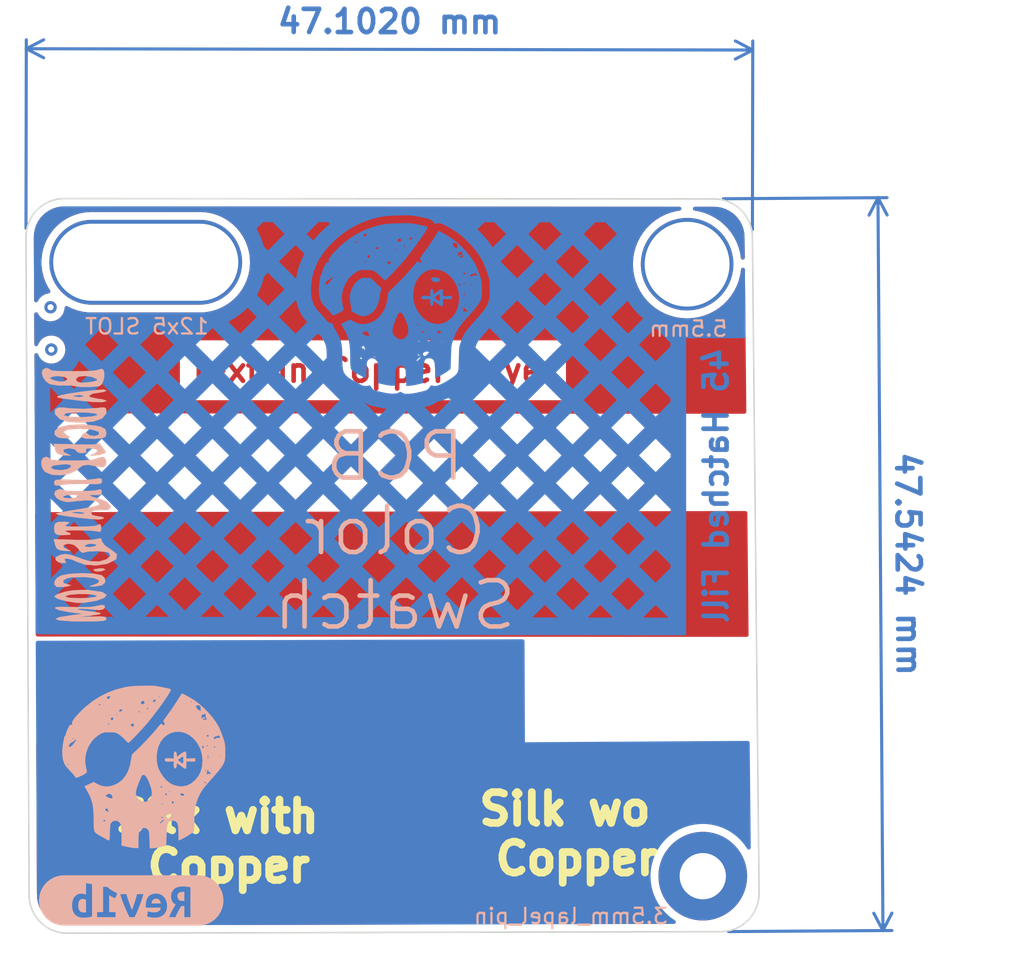
<source format=kicad_pcb>
(kicad_pcb (version 20211014) (generator pcbnew)
  (layers (0 "F.Cu" signal) (31 "B.Cu" signal) (34 "B.Paste" user) (35 "F.Paste" user) (36 "B.SilkS" user "B.Silkscreen") (37 "F.SilkS" user "F.Silkscreen") (38 "B.Mask" user) (39 "F.Mask" user) (44 "Edge.Cuts" user))
  (net 0 "")
  (footprint "BadgePiratesLogo:BadgePiratesURL_B.SLK" (layer "F.Cu") (at 146.8628 111.1504 90)
    (fp_text reference "G***" hide)
    (fp_text value "LOGO" hide)
  )
  (footprint "BadgePirates:Hole_3mm_lapel_pin" (layer "F.Cu") (at 186.5884 135.89)
    (fp_text reference "REF**" hide)
    (fp_text value "3.5mm_lapel_pin" (at -8.5598 2.5908) (layer "B.SilkS") (effects (justify mirror)))
    (pad "" thru_hole circle (at 0 0) (size 5.75 5.75) (drill 3) (layers *.Cu *.Mask))
  )
  (footprint "BadgePirates:Slot_12x5mm" (layer "F.Cu") (at 150.4696 96.0374)
    (fp_text reference "REF**" hide)
    (fp_text value "12x5 SLOT" (at 0.0762 4.191 180) (layer "B.SilkS") (effects (justify mirror)))
    (pad "" thru_hole oval (at 0 0.0254) (size 12.5 5.5) (drill oval 12 5) (layers *.Cu *.Mask))
  )
  (footprint "BadgePirates:Hole_5.5mm" (layer "F.Cu") (at 185.5724 96.1898)
    (fp_text reference "REF**" hide)
    (fp_text value "5.5mm" (at 0.0762 4.191) (layer "B.SilkS") (effects (justify mirror)))
    (pad "" thru_hole circle (at 0 0) (size 6 6) (drill 5.5) (layers *.Cu *.Mask))
  )
  (footprint "BadgePiratesLogo:BPSkull_Distressed_B.SILK" (layer "F.Cu") (at 150.368 128.8034)
    (fp_text reference "G***" hide)
    (fp_text value "BP Logo" hide)
  )
  (footprint "kibuzzard-63169E39" (layer "B.Cu") (at 149.5298 137.4648 180)
    (fp_text reference "kibuzzard-63169E39" hide)
    (fp_text value "G***" hide)
  )
  (footprint "BadgePiratesLogo:BPSkull_Distressed_F.CU" (layer "B.Cu") (at 167.005 98.806 180)
    (fp_text reference "G***" hide)
    (fp_text value "BP LOGO" hide)
    (fp_poly (pts (xy -2.543448 0.957753) (xy -2.400288 0.861304) (xy -2.374228 0.842045) (xy -2.129692 0.659962) (xy -2.110154 0.828212) (xy -2.090326 0.936955) (xy -2.057084 0.986573) (xy -2.012461 0.996461) (xy -1.967798 0.9866) (xy -1.941994 0.945141) (xy -1.928083 0.854276) (xy -1.922426 0.766316) (xy -1.910544 0.53617) (xy -1.661964 0.559383) (xy -1.514964 0.568522) (xy -1.425058 0.560314) (xy -1.372623 0.532335) (xy -1.363497 0.522484) (xy -1.334698 0.448019) (xy -1.354927 0.397263) (xy -1.393497 0.361609) (xy -1.46344 0.344528) (xy -1.583707 0.342782) (xy -1.655507 0.345934) (xy -1.914769 0.359714) (xy -1.914769 0.165103) (xy -1.927826 0.022508) (xy -1.9631 -0.067865) (xy -2.01475 -0.096846) (xy -2.064191 -0.069409) (xy -2.096292 -0.000428) (xy -2.110141 0.10245) (xy -2.110154 0.105508) (xy -2.115315 0.192812) (xy -2.12791 0.233984) (xy -2.129582 0.234461) (xy -2.168117 0.212931) (xy -2.252353 0.155977) (xy -2.36546 0.075058) (xy -2.387881 0.058615) (xy -2.520735 -0.037303) (xy -2.606274 -0.092025) (xy -2.658922 -0.112274) (xy -2.693106 -0.104771) (xy -2.709333 -0.09118) (xy -2.72386 -0.040395) (xy -2.733317 0.062235) (xy -2.735384 0.14684) (xy -2.735384 0.358809) (xy -2.979615 0.350756) (xy -3.145101 0.346063) (xy -3.246975 0.348445) (xy -3.299743 0.3626) (xy -3.317909 0.393224) (xy -3.315981 0.445015) (xy -3.315376 0.450316) (xy -2.54 0.450316) (xy -2.537218 0.309847) (xy -2.520956 0.236509) (xy -2.479337 0.226051) (xy -2.400484 0.27422) (xy -2.291375 0.361309) (xy -2.179519 0.452943) (xy -2.310913 0.551625) (xy -2.429129 0.638658) (xy -2.497549 0.673971) (xy -2.529778 0.65155) (xy -2.539415 0.565378) (xy -2.54 0.450316) (xy -3.315376 0.450316) (xy -3.314365 0.459154) (xy -3.302 0.566615) (xy -2.735384 0.538753) (xy -2.735384 0.759064) (xy -2.727612 0.90029) (xy -2.698663 0.979187) (xy -2.640091 0.997694) (xy -2.543448 0.957753)) (layer "B.Cu") (width 0.01) (fill solid))
    (fp_poly (pts (xy -0.126879 5.270691) (xy 0.139166 5.264222) (xy 0.17547 5.263225) (xy 0.485142 5.253004) (xy 0.736753 5.239453) (xy 0.950393 5.219605) (xy 1.146155 5.190494) (xy 1.34413 5.149155) (xy 1.564408 5.09262) (xy 1.816862 5.020904) (xy 2.335584 4.833391) (xy 2.850085 4.577373) (xy 3.345366 4.261752) (xy 3.806427 3.895432) (xy 3.973676 3.740796) (xy 4.235306 3.478945) (xy 4.437297 3.256611) (xy 4.578596 3.075149) (xy 4.658151 2.935917) (xy 4.674912 2.840272) (xy 4.67416 2.836965) (xy 4.667478 2.748029) (xy 4.698641 2.714) (xy 4.750419 2.737519) (xy 4.784822 2.740856) (xy 4.830303 2.693461) (xy 4.893647 2.586725) (xy 4.939629 2.497469) (xy 5.006487 2.352596) (xy 5.056057 2.223781) (xy 5.079304 2.135038) (xy 5.08 2.124442) (xy 5.092946 2.053538) (xy 5.115945 2.032) (xy 5.145983 1.995605) (xy 5.180155 1.896491) (xy 5.215444 1.749766) (xy 5.24883 1.570537) (xy 5.277295 1.373911) (xy 5.297818 1.174995) (xy 5.303358 1.094154) (xy 5.301868 0.761082) (xy 5.259527 0.466368) (xy 5.178685 0.222148) (xy 5.111637 0.103398) (xy 5.04852 0.022703) (xy 4.947143 -0.095545) (xy 4.823672 -0.23281) (xy 4.740639 -0.321956) (xy 4.623216 -0.449684) (xy 4.529178 -0.55865) (xy 4.469792 -0.635376) (xy 4.454769 -0.66388) (xy 4.428771 -0.698032) (xy 4.348596 -0.689921) (xy 4.210971 -0.638658) (xy 4.015154 -0.544651) (xy 3.861626 -0.463699) (xy 3.768208 -0.398702) (xy 3.72542 -0.330039) (xy 3.723785 -0.238091) (xy 3.753824 -0.103236) (xy 3.770923 -0.039077) (xy 3.801334 0.156308) (xy 4.884616 0.156308) (xy 4.914352 0.118366) (xy 4.923692 0.117231) (xy 4.961634 0.146967) (xy 4.962769 0.156308) (xy 4.933033 0.194249) (xy 4.923692 0.195384) (xy 4.885751 0.165648) (xy 4.884616 0.156308) (xy 3.801334 0.156308) (xy 3.82462 0.305907) (xy 3.809382 0.663643) (xy 3.729393 1.019276) (xy 3.706426 1.074615) (xy 5.119077 1.074615) (xy 5.138616 1.055077) (xy 5.158154 1.074615) (xy 5.138616 1.094154) (xy 5.119077 1.074615) (xy 3.706426 1.074615) (xy 3.588832 1.357948) (xy 3.391881 1.664803) (xy 3.279137 1.792211) (xy 4.401877 1.792211) (xy 4.406477 1.753188) (xy 4.454344 1.666801) (xy 4.544674 1.538398) (xy 4.552632 1.527888) (xy 4.669527 1.390934) (xy 4.767085 1.309334) (xy 4.838938 1.286093) (xy 4.869713 1.31559) (xy 4.975795 1.31559) (xy 4.981159 1.292358) (xy 5.001846 1.289538) (xy 5.034011 1.303836) (xy 5.027898 1.31559) (xy 4.981522 1.320266) (xy 4.975795 1.31559) (xy 4.869713 1.31559) (xy 4.878715 1.324217) (xy 4.884616 1.371198) (xy 4.855381 1.451194) (xy 4.786513 1.534939) (xy 4.706265 1.59194) (xy 4.671831 1.600854) (xy 4.621991 1.626589) (xy 4.545112 1.688681) (xy 4.5257 1.706766) (xy 4.441349 1.77852) (xy 4.401877 1.792211) (xy 3.279137 1.792211) (xy 3.244528 1.831321) (xy 3.202093 1.86864) (xy 4.536518 1.86864) (xy 4.564515 1.841511) (xy 4.572 1.836615) (xy 4.630801 1.802494) (xy 4.648926 1.812642) (xy 4.650154 1.836615) (xy 4.617934 1.869459) (xy 4.581769 1.875094) (xy 4.536518 1.86864) (xy 3.202093 1.86864) (xy 3.106496 1.952711) (xy 2.946706 2.07022) (xy 2.850325 2.129692) (xy 2.745235 2.18419) (xy 2.653959 2.2186) (xy 2.553025 2.237485) (xy 2.418957 2.245403) (xy 2.246923 2.246923) (xy 2.061261 2.24496) (xy 1.931548 2.236336) (xy 1.835621 2.216945) (xy 1.751317 2.182683) (xy 1.676406 2.141253) (xy 1.560239 2.059088) (xy 1.421923 1.941225) (xy 1.289585 1.811799) (xy 1.27793 1.79933) (xy 1.172742 1.69021) (xy 1.085351 1.607777) (xy 1.030589 1.565754) (xy 1.022617 1.563077) (xy 0.981464 1.590632) (xy 0.897052 1.667093) (xy 0.77827 1.783157) (xy 0.634007 1.92952) (xy 0.473151 2.096876) (xy 0.304594 2.275923) (xy 0.137222 2.457354) (xy -0.020073 2.631867) (xy -0.127909 2.755264) (xy 0.656073 2.755264) (xy 0.668082 2.684521) (xy 0.673441 2.67233) (xy 0.707823 2.613095) (xy 0.749737 2.611254) (xy 0.807472 2.645476) (xy 0.870211 2.693891) (xy 0.871898 2.734271) (xy 0.837342 2.777569) (xy 0.773973 2.82461) (xy 0.708213 2.807423) (xy 0.70331 2.804423) (xy 0.656073 2.755264) (xy -0.127909 2.755264) (xy -0.158403 2.790157) (xy -0.191574 2.829478) (xy 2.230299 2.829478) (xy 2.244258 2.79715) (xy 2.288791 2.757714) (xy 2.352601 2.721523) (xy 2.380778 2.719445) (xy 2.366819 2.751772) (xy 2.322286 2.791209) (xy 2.258477 2.8274) (xy 2.230299 2.829478) (xy -0.191574 2.829478) (xy -0.223877 2.867769) (xy -0.275074 2.930769) (xy 4.181231 2.930769) (xy 4.195529 2.898604) (xy 4.207282 2.904718) (xy 4.211959 2.951093) (xy 4.207282 2.95682) (xy 4.184051 2.951456) (xy 4.181231 2.930769) (xy -0.275074 2.930769) (xy -0.38622 3.067538) (xy -0.117231 3.067538) (xy -0.097692 3.048) (xy -0.078154 3.067538) (xy -0.097692 3.087077) (xy -0.117231 3.067538) (xy -0.38622 3.067538) (xy -0.422905 3.11268) (xy -0.479306 3.184563) (xy 2.006757 3.184563) (xy 2.008967 3.098455) (xy 2.011213 3.09101) (xy 2.050654 3.019808) (xy 2.103889 3.024229) (xy 2.15274 3.071767) (xy 2.182494 3.127237) (xy 2.149811 3.174205) (xy 2.130318 3.189144) (xy 2.05209 3.218816) (xy 2.006757 3.184563) (xy -0.479306 3.184563) (xy -0.510128 3.223846) (xy 4.376616 3.223846) (xy 4.396154 3.204308) (xy 4.415692 3.223846) (xy 4.396154 3.243384) (xy 4.376616 3.223846) (xy -0.510128 3.223846) (xy -0.626493 3.372152) (xy -0.665135 3.422915) (xy 1.730977 3.422915) (xy 1.758462 3.399692) (xy 1.820814 3.364546) (xy 1.829121 3.377783) (xy 1.824238 3.386667) (xy 2.63118 3.386667) (xy 2.636544 3.363435) (xy 2.657231 3.360615) (xy 2.689396 3.374913) (xy 2.683282 3.386667) (xy 2.636907 3.391343) (xy 2.63118 3.386667) (xy 1.824238 3.386667) (xy 1.817077 3.399692) (xy 1.760008 3.436845) (xy 1.746386 3.438171) (xy 1.730977 3.422915) (xy -0.665135 3.422915) (xy -0.797497 3.596795) (xy 0.279109 3.596795) (xy 0.291864 3.557962) (xy 0.340632 3.534073) (xy 0.357797 3.540235) (xy 0.374244 3.581664) (xy 0.355749 3.606651) (xy 0.303213 3.629034) (xy 0.279109 3.596795) (xy -0.797497 3.596795) (xy -0.828802 3.637918) (xy -0.855708 3.67428) (xy 1.415929 3.67428) (xy 1.458187 3.624822) (xy 1.465848 3.619109) (xy 1.542356 3.586072) (xy 1.607347 3.591179) (xy 1.633816 3.630036) (xy 1.630787 3.645946) (xy 1.579491 3.713579) (xy 1.50353 3.742584) (xy 1.439253 3.721345) (xy 1.415929 3.67428) (xy -0.855708 3.67428) (xy -0.96787 3.825858) (xy -0.271643 3.825858) (xy -0.259103 3.770131) (xy -0.219602 3.729017) (xy -0.193763 3.732848) (xy -0.175968 3.776627) (xy -0.199055 3.814423) (xy -0.250742 3.853062) (xy -0.271643 3.825858) (xy -0.96787 3.825858) (xy -1.023997 3.901709) (xy -1.070429 3.966308) (xy -0.312615 3.966308) (xy -0.293077 3.946769) (xy -0.273538 3.966308) (xy -0.293077 3.985846) (xy -0.312615 3.966308) (xy -1.070429 3.966308) (xy -1.114127 4.027104) (xy 2.830751 4.027104) (xy 2.840652 4.010835) (xy 2.897377 3.987063) (xy 2.929635 4.028889) (xy 2.930769 4.044461) (xy 2.910892 4.096482) (xy 2.893999 4.103077) (xy 2.842971 4.077221) (xy 2.830751 4.027104) (xy -1.114127 4.027104) (xy -1.20624 4.155255) (xy -1.220048 4.17511) (xy -0.02602 4.17511) (xy -0.014131 4.122615) (xy 0.040845 4.072505) (xy 0.129822 4.07222) (xy 0.18965 4.098706) (xy 0.222268 4.141773) (xy 0.199465 4.212667) (xy 0.198044 4.215338) (xy 0.131372 4.283908) (xy 0.055999 4.293153) (xy -0.004367 4.253434) (xy -0.02602 4.17511) (xy -1.220048 4.17511) (xy -1.298193 4.287476) (xy -0.752151 4.287476) (xy -0.716072 4.239741) (xy -0.710686 4.23573) (xy -0.640659 4.207711) (xy -0.583429 4.217185) (xy -0.56625 4.256731) (xy -0.572924 4.273248) (xy -0.63214 4.364002) (xy -0.676179 4.389178) (xy -0.718929 4.355747) (xy -0.723962 4.349047) (xy -0.752151 4.287476) (xy -1.298193 4.287476) (xy -1.369694 4.390287) (xy -1.474872 4.54806) (xy -1.002567 4.54806) (xy -0.996461 4.532923) (xy -0.961347 4.495644) (xy -0.955078 4.493846) (xy -0.938294 4.52408) (xy -0.937846 4.532923) (xy -0.951897 4.550498) (xy 2.203283 4.550498) (xy 2.228456 4.481441) (xy 2.249353 4.457731) (xy 2.332286 4.398293) (xy 2.388932 4.41134) (xy 2.41505 4.482044) (xy 2.397878 4.554149) (xy 2.337571 4.585165) (xy 2.242879 4.589731) (xy 2.203283 4.550498) (xy -0.951897 4.550498) (xy -0.967887 4.570498) (xy -0.979229 4.572) (xy -1.002567 4.54806) (xy -1.474872 4.54806) (xy -1.508523 4.598537) (xy -1.61689 4.771737) (xy -1.688957 4.901616) (xy -1.718889 4.979906) (xy -1.719385 4.986401) (xy -1.715712 5.016887) (xy -1.697185 5.041628) (xy -1.652539 5.064345) (xy -1.570509 5.088762) (xy -1.439831 5.118599) (xy -1.24924 5.157579) (xy -1.129182 5.181419) (xy -0.943426 5.217152) (xy -0.788996 5.243049) (xy -0.648009 5.260229) (xy -0.502583 5.269816) (xy -0.334834 5.272929) (xy -0.126879 5.270691)) (layer "B.Cu") (width 0.01) (fill solid))
    (fp_poly (pts (xy -2.438927 4.757491) (xy -2.413077 4.719712) (xy -2.354399 4.628404) (xy -2.27113 4.496534) (xy -2.171505 4.337071) (xy -2.152436 4.306381) (xy -2.019891 4.10012) (xy -1.859846 3.862009) (xy -1.69273 3.621926) (xy -1.542991 3.415142) (xy -1.409592 3.233456) (xy -1.319352 3.103678) (xy -1.26697 3.016398) (xy -1.247149 2.962206) (xy -1.25459 2.931691) (xy -1.265849 2.922934) (xy -1.309484 2.869338) (xy -1.327277 2.792465) (xy -1.317256 2.724343) (xy -1.279769 2.696906) (xy -1.183637 2.730793) (xy -1.129167 2.804231) (xy -1.100024 2.8002) (xy -1.037352 2.744526) (xy -0.953677 2.648706) (xy -0.937692 2.628517) (xy -0.759332 2.410553) (xy -0.538512 2.156931) (xy -0.290841 1.884297) (xy -0.031927 1.609301) (xy 0.22262 1.348591) (xy 0.457193 1.118813) (xy 0.612356 0.975248) (xy 0.719139 0.875626) (xy 0.78138 0.797007) (xy 0.81442 0.710173) (xy 0.833599 0.585907) (xy 0.838044 0.545402) (xy 0.913027 0.113416) (xy 1.038822 -0.265293) (xy 1.213555 -0.588282) (xy 1.435354 -0.853106) (xy 1.702347 -1.057321) (xy 2.012659 -1.198482) (xy 2.214428 -1.25103) (xy 2.499268 -1.273252) (xy 2.776684 -1.22342) (xy 3.0583 -1.099386) (xy 3.069825 -1.092846) (xy 3.273304 -0.976427) (xy 3.571526 -1.118051) (xy 3.869747 -1.259676) (xy 3.74945 -1.460223) (xy 3.59366 -1.736776) (xy 3.474358 -1.993046) (xy 3.387278 -2.246462) (xy 3.328152 -2.514454) (xy 3.292713 -2.814453) (xy 3.276694 -3.163887) (xy 3.274623 -3.399692) (xy 3.271935 -3.694427) (xy 3.262925 -3.916741) (xy 3.247229 -4.072139) (xy 3.224481 -4.166126) (xy 3.22379 -4.167805) (xy 3.185405 -4.231654) (xy 3.117107 -4.298199) (xy 3.007129 -4.376392) (xy 2.843706 -4.475183) (xy 2.748676 -4.529261) (xy 2.583015 -4.620443) (xy 2.440098 -4.695491) (xy 2.334625 -4.746936) (xy 2.281294 -4.767308) (xy 2.280065 -4.767379) (xy 2.258715 -4.734905) (xy 2.242001 -4.635032) (xy 2.229513 -4.464096) (xy 2.22145 -4.242648) (xy 2.214453 -4.024114) (xy 2.205171 -3.868608) (xy 2.191326 -3.761003) (xy 2.170639 -3.686174) (xy 2.140834 -3.628993) (xy 2.125829 -3.607648) (xy 2.013296 -3.513712) (xy 1.979243 -3.50555) (xy 2.508105 -3.50555) (xy 2.527789 -3.530763) (xy 2.585951 -3.545633) (xy 2.639452 -3.504457) (xy 2.648276 -3.485173) (xy 2.629014 -3.448302) (xy 2.582333 -3.438769) (xy 2.512038 -3.457674) (xy 2.508105 -3.50555) (xy 1.979243 -3.50555) (xy 1.875709 -3.480735) (xy 1.733549 -3.506154) (xy 1.607297 -3.587409) (xy 1.53651 -3.681321) (xy 1.509851 -3.742147) (xy 1.490779 -3.819039) (xy 1.478087 -3.925281) (xy 1.470568 -4.074153) (xy 1.467016 -4.27894) (xy 1.466254 -4.454769) (xy 1.465385 -5.099539) (xy 1.074616 -5.187659) (xy 0.890461 -5.224727) (xy 0.71694 -5.251877) (xy 0.579468 -5.265478) (xy 0.527539 -5.265813) (xy 0.371231 -5.255846) (xy 0.37003 -4.766128) (xy 0.367818 -4.552371) (xy 0.360974 -4.399974) (xy 0.347347 -4.292184) (xy 0.324787 -4.212244) (xy 0.291144 -4.143403) (xy 0.289812 -4.141112) (xy 0.183322 -4.018862) (xy 0.053515 -3.957448) (xy -0.081678 -3.95846) (xy -0.204326 -4.023486) (xy -0.263275 -4.092111) (xy -0.292803 -4.151996) (xy -0.31413 -4.236548) (xy -0.32903 -4.359655) (xy -0.33928 -4.535201) (xy -0.34567 -4.736259) (xy -0.359187 -5.275385) (xy -0.521516 -5.272278) (xy -0.652693 -5.261679) (xy -0.815303 -5.237794) (xy -0.918308 -5.217715) (xy -1.07154 -5.183117) (xy -1.216205 -5.148874) (xy -1.289538 -5.130513) (xy -1.426308 -5.094767) (xy -1.449113 -4.449487) (xy -1.459738 -4.192948) (xy -1.471984 -4.000966) (xy -1.487516 -3.859947) (xy -1.507995 -3.756294) (xy -1.535086 -3.676412) (xy -1.546806 -3.650796) (xy -1.603231 -3.552308) (xy -1.665554 -3.505138) (xy -1.766017 -3.487022) (xy -1.786276 -3.485442) (xy -1.934959 -3.488833) (xy -2.047939 -3.528509) (xy -2.129414 -3.612162) (xy -2.183583 -3.747483) (xy -2.214645 -3.942165) (xy -2.226798 -4.2039) (xy -2.227384 -4.293631) (xy -2.227384 -4.76545) (xy -2.334846 -4.724929) (xy -2.461125 -4.668894) (xy -2.613095 -4.588944) (xy -2.775408 -4.494777) (xy -2.93272 -4.396092) (xy -3.069683 -4.302587) (xy -3.170952 -4.22396) (xy -3.22118 -4.169908) (xy -3.223689 -4.163209) (xy -3.229875 -4.099506) (xy -3.236715 -3.971919) (xy -3.243641 -3.794708) (xy -3.250086 -3.582134) (xy -3.254547 -3.392816) (xy -1.308713 -3.392816) (xy -1.296901 -3.430517) (xy -1.242725 -3.501935) (xy -1.204406 -3.543662) (xy -1.102635 -3.637915) (xy -1.0385 -3.673136) (xy -1.016001 -3.647137) (xy -1.016 -3.646698) (xy -1.041977 -3.604087) (xy -1.105464 -3.538441) (xy -1.184795 -3.468552) (xy -1.258303 -3.413212) (xy -1.304324 -3.391213) (xy -1.308713 -3.392816) (xy -3.254547 -3.392816) (xy -3.254742 -3.384555) (xy 1.654663 -3.384555) (xy 1.660769 -3.399692) (xy 1.695884 -3.436971) (xy 1.702152 -3.438769) (xy 1.718937 -3.408536) (xy 1.719385 -3.399692) (xy 1.689344 -3.362117) (xy 1.678002 -3.360616) (xy 1.654663 -3.384555) (xy -3.254742 -3.384555) (xy -3.254846 -3.380154) (xy -3.260577 -3.126855) (xy -3.261833 -3.091924) (xy -1.829308 -3.091924) (xy -1.795988 -3.15572) (xy -1.709615 -3.24279) (xy -1.622309 -3.319648) (xy -1.570436 -3.35214) (xy -1.532435 -3.349378) (xy -1.501611 -3.330709) (xy -1.479347 -3.304442) (xy -1.243604 -3.304442) (xy -1.229692 -3.318879) (xy -1.203921 -3.320296) (xy -1.132353 -3.299541) (xy -1.112085 -3.279862) (xy -1.097339 -3.229692) (xy -1.133785 -3.226255) (xy -1.194699 -3.262084) (xy -1.243604 -3.304442) (xy -1.479347 -3.304442) (xy -1.43726 -3.254788) (xy -1.439033 -3.174456) (xy -1.462806 -3.145692) (xy 1.719385 -3.145692) (xy 1.738923 -3.165231) (xy 1.758462 -3.145692) (xy 1.738923 -3.126154) (xy 1.719385 -3.145692) (xy -1.462806 -3.145692) (xy -1.497191 -3.10409) (xy -1.601994 -3.058064) (xy -1.693154 -3.048) (xy -1.795197 -3.057993) (xy -1.829308 -3.091924) (xy -3.261833 -3.091924) (xy -3.26751 -2.934183) (xy -3.268576 -2.91908) (xy 2.309369 -2.91908) (xy 2.32736 -2.930351) (xy 2.344616 -2.930769) (xy 2.382557 -2.901033) (xy 2.383692 -2.891692) (xy 2.416421 -2.859943) (xy 2.461846 -2.852616) (xy 2.525488 -2.828568) (xy 2.534663 -2.773484) (xy 2.48877 -2.712955) (xy 2.465472 -2.698248) (xy 2.410425 -2.68183) (xy 2.373588 -2.717913) (xy 2.348241 -2.780858) (xy 2.316159 -2.876292) (xy 2.309369 -2.91908) (xy -3.268576 -2.91908) (xy -3.27465 -2.833077) (xy -2.188308 -2.833077) (xy -2.168769 -2.852616) (xy -2.149231 -2.833077) (xy -2.168769 -2.813539) (xy -2.188308 -2.833077) (xy -3.27465 -2.833077) (xy -3.278073 -2.784621) (xy -3.294694 -2.660653) (xy -3.319798 -2.54476) (xy -3.349238 -2.442308) (xy -2.696308 -2.442308) (xy -2.676769 -2.461846) (xy -2.657231 -2.442308) (xy 2.305539 -2.442308) (xy 2.325077 -2.461846) (xy 2.344616 -2.442308) (xy 2.325077 -2.422769) (xy 2.305539 -2.442308) (xy -2.657231 -2.442308) (xy -2.676769 -2.422769) (xy -2.696308 -2.442308) (xy -3.349238 -2.442308) (xy -3.355814 -2.419426) (xy -3.373726 -2.364154) (xy -2.579077 -2.364154) (xy -2.559538 -2.383692) (xy -2.557232 -2.381386) (xy -1.211384 -2.381386) (xy -1.183018 -2.421179) (xy -1.172308 -2.422769) (xy -1.134247 -2.409437) (xy -1.133231 -2.405537) (xy -1.160613 -2.372174) (xy -1.172308 -2.364154) (xy -1.208316 -2.367252) (xy -1.211384 -2.381386) (xy -2.557232 -2.381386) (xy -2.54 -2.364154) (xy -2.559538 -2.344616) (xy -2.579077 -2.364154) (xy -3.373726 -2.364154) (xy -3.405169 -2.267134) (xy -3.405391 -2.266462) (xy -2.735384 -2.266462) (xy -2.721087 -2.298626) (xy -2.709333 -2.292513) (xy -2.707186 -2.271216) (xy -1.933196 -2.271216) (xy -1.926902 -2.30244) (xy -1.885977 -2.355698) (xy -1.819157 -2.377074) (xy -1.756256 -2.365929) (xy -1.727087 -2.321628) (xy -1.728283 -2.306685) (xy -1.771174 -2.258334) (xy -1.843662 -2.234853) (xy -1.91696 -2.235213) (xy -1.933196 -2.271216) (xy -2.707186 -2.271216) (xy -2.704656 -2.246138) (xy -2.709333 -2.24041) (xy -2.732564 -2.245774) (xy -2.735384 -2.266462) (xy -3.405391 -2.266462) (xy -3.411868 -2.246923) (xy -3.507819 -1.984744) (xy -3.585934 -1.816504) (xy -2.608592 -1.816504) (xy -2.600822 -1.861406) (xy -2.530231 -1.884775) (xy -2.442483 -1.87048) (xy -2.369517 -1.815824) (xy -2.363974 -1.802323) (xy -1.484923 -1.802323) (xy -1.458714 -1.834509) (xy -1.404503 -1.828529) (xy -1.358916 -1.790164) (xy -1.355027 -1.78182) (xy -1.349132 -1.719435) (xy -1.35401 -1.709893) (xy -0.503425 -1.709893) (xy -0.475022 -1.883557) (xy -0.429631 -1.993345) (xy -0.313467 -2.148735) (xy -0.164559 -2.241053) (xy 0.002234 -2.267213) (xy 0.17205 -2.224134) (xy 0.293713 -2.14343) (xy 0.421966 -2.014777) (xy 0.433482 -1.996651) (xy 2.052893 -1.996651) (xy 2.056977 -2.034533) (xy 2.102063 -2.043843) (xy 2.196858 -2.030437) (xy 2.31906 -1.992092) (xy 2.419256 -1.934362) (xy 2.432038 -1.922869) (xy 2.511048 -1.843858) (xy 2.385777 -1.779078) (xy 2.295758 -1.738994) (xy 2.233699 -1.739309) (xy 2.165792 -1.776358) (xy 2.09596 -1.83662) (xy 2.068087 -1.886362) (xy 2.058074 -1.967388) (xy 2.052893 -1.996651) (xy 0.433482 -1.996651) (xy 0.503159 -1.88699) (xy 0.538584 -1.746392) (xy 0.533947 -1.660769) (xy 2.344616 -1.660769) (xy 2.364154 -1.680308) (xy 2.383692 -1.660769) (xy 2.364154 -1.641231) (xy 2.344616 -1.660769) (xy 0.533947 -1.660769) (xy 0.529534 -1.579305) (xy 0.477301 -1.372054) (xy 0.389665 -1.127583) (xy 0.301676 -0.904037) (xy 0.235037 -0.743246) (xy 0.18412 -0.634615) (xy 0.143298 -0.567549) (xy 0.106944 -0.531452) (xy 0.069432 -0.515729) (xy 0.064134 -0.514621) (xy -0.024381 -0.530291) (xy -0.115639 -0.612891) (xy -0.211364 -0.765127) (xy -0.31328 -0.989702) (xy -0.415548 -1.267075) (xy -0.483713 -1.510243) (xy -0.503425 -1.709893) (xy -1.35401 -1.709893) (xy -1.35702 -1.704006) (xy -1.400098 -1.705321) (xy -1.453872 -1.744733) (xy -1.484425 -1.796171) (xy -1.484923 -1.802323) (xy -2.363974 -1.802323) (xy -2.344615 -1.755174) (xy -2.375199 -1.712973) (xy -2.445445 -1.703148) (xy -2.523099 -1.727487) (xy -2.545651 -1.744037) (xy -2.608592 -1.816504) (xy -3.585934 -1.816504) (xy -3.61472 -1.754509) (xy -3.744467 -1.536603) (xy -3.752917 -1.525034) (xy -1.713913 -1.525034) (xy -1.711385 -1.538638) (xy -1.685292 -1.572846) (xy -1.625746 -1.62771) (xy -1.590856 -1.641231) (xy -1.563318 -1.63355) (xy -1.566333 -1.630173) (xy -1.607046 -1.60099) (xy -1.660769 -1.561789) (xy -1.713913 -1.525034) (xy -3.752917 -1.525034) (xy -3.8393 -1.406769) (xy -3.556 -1.406769) (xy -3.541702 -1.438934) (xy -3.529949 -1.432821) (xy -3.525272 -1.386445) (xy -3.529949 -1.380718) (xy -3.55318 -1.386082) (xy -3.556 -1.406769) (xy -3.8393 -1.406769) (xy -3.908953 -1.311409) (xy -3.939896 -1.27446) (xy -1.167585 -1.27446) (xy -1.157928 -1.328412) (xy -1.147319 -1.340579) (xy -1.098607 -1.348482) (xy -1.059111 -1.308875) (xy -1.055077 -1.287232) (xy -1.086762 -1.254599) (xy -1.113692 -1.250462) (xy -1.167585 -1.27446) (xy -3.939896 -1.27446) (xy -4.120074 -1.05931) (xy -4.158237 -1.016) (xy -4.024923 -1.016) (xy -3.993272 -1.050668) (xy -3.966308 -1.055077) (xy -3.914305 -1.033977) (xy -3.907692 -1.016) (xy -3.939343 -0.981332) (xy -3.966308 -0.976923) (xy -4.01831 -0.998024) (xy -4.024923 -1.016) (xy -4.158237 -1.016) (xy -4.424854 -0.71474) (xy -4.644397 -0.463937) (xy -4.672262 -0.431109) (xy -4.330018 -0.431109) (xy -4.287175 -0.45434) (xy -4.226355 -0.45045) (xy -4.135391 -0.447943) (xy -4.08219 -0.47111) (xy -4.082016 -0.471387) (xy -4.051238 -0.505409) (xy -4.045919 -0.468795) (xy -4.066016 -0.364787) (xy -4.074361 -0.332154) (xy -3.985846 -0.332154) (xy -3.966308 -0.351692) (xy -3.946769 -0.332154) (xy -3.966308 -0.312616) (xy -3.985846 -0.332154) (xy -4.074361 -0.332154) (xy -4.084356 -0.293077) (xy -4.109257 -0.212617) (xy -4.024923 -0.212617) (xy -4.004521 -0.266083) (xy -3.985846 -0.273539) (xy -3.947888 -0.245492) (xy -3.946769 -0.236768) (xy -3.975174 -0.183845) (xy -3.985846 -0.175846) (xy -4.0193 -0.184705) (xy -4.024923 -0.212617) (xy -4.109257 -0.212617) (xy -4.11508 -0.193804) (xy -4.13399 -0.166502) (xy -4.139516 -0.195888) (xy -4.176053 -0.294319) (xy -4.227549 -0.332657) (xy -4.310193 -0.385543) (xy -4.330018 -0.431109) (xy -4.672262 -0.431109) (xy -4.821426 -0.255383) (xy -4.921137 -0.130257) (xy -4.441743 -0.130257) (xy -4.436379 -0.153488) (xy -4.415692 -0.156308) (xy -4.383527 -0.14201) (xy -4.389641 -0.130257) (xy -4.436016 -0.12558) (xy -4.441743 -0.130257) (xy -4.921137 -0.130257) (xy -4.960498 -0.080865) (xy -5.004081 -0.019539) (xy -4.181231 -0.019539) (xy -4.161692 -0.039077) (xy -4.142154 -0.019539) (xy -4.161692 0) (xy -4.181231 -0.019539) (xy -5.004081 -0.019539) (xy -5.066172 0.067827) (xy -5.143009 0.198904) (xy -5.195566 0.320577) (xy -5.228402 0.441057) (xy -5.229304 0.447564) (xy -3.788274 0.447564) (xy -3.75684 0.054219) (xy -3.731435 -0.069615) (xy -3.646267 -0.347646) (xy -3.526082 -0.581096) (xy -3.354034 -0.801397) (xy -3.318895 -0.839294) (xy -3.068404 -1.05596) (xy -2.798733 -1.196881) (xy -2.510536 -1.261908) (xy -2.204469 -1.250893) (xy -1.887128 -1.16592) (xy -1.658337 -1.044289) (xy -1.459015 -0.879231) (xy -0.898769 -0.879231) (xy -0.879231 -0.898769) (xy -0.859692 -0.879231) (xy -0.879231 -0.859692) (xy -0.898769 -0.879231) (xy -1.459015 -0.879231) (xy -1.435043 -0.85938) (xy -1.229308 -0.625796) (xy -1.053192 -0.358136) (xy -0.918753 -0.071002) (xy -0.87566 0.058615) (xy -0.815852 0.379362) (xy -0.809526 0.721482) (xy -0.853916 1.062913) (xy -0.94625 1.381598) (xy -1.074265 1.640675) (xy -1.278464 1.898829) (xy -1.518508 2.092246) (xy -1.785221 2.220076) (xy -2.069428 2.281468) (xy -2.361955 2.275569) (xy -2.653627 2.201529) (xy -2.935269 2.058497) (xy -3.197706 1.845622) (xy -3.204993 1.838343) (xy -3.452089 1.536435) (xy -3.63336 1.197871) (xy -3.746268 0.831848) (xy -3.788274 0.447564) (xy -5.229304 0.447564) (xy -5.246077 0.568555) (xy -5.250946 0.666852) (xy -4.914111 0.666852) (xy -4.908766 0.664308) (xy -4.873105 0.691817) (xy -4.866348 0.701553) (xy -4.163456 0.701553) (xy -4.159293 0.615406) (xy -4.143284 0.539399) (xy -4.120449 0.508) (xy -4.113543 0.542659) (xy -4.112388 0.629235) (xy -4.113445 0.664161) (xy -4.123445 0.758257) (xy -4.142754 0.775405) (xy -4.151567 0.763331) (xy -4.163456 0.701553) (xy -4.866348 0.701553) (xy -4.865077 0.703384) (xy -4.855119 0.739917) (xy -4.860464 0.742461) (xy -4.896125 0.714952) (xy -4.904154 0.703384) (xy -4.914111 0.666852) (xy -5.250946 0.666852) (xy -5.253148 0.711282) (xy -5.254175 0.877449) (xy -5.253897 0.957384) (xy -5.252094 1.179939) (xy -5.24896 1.27) (xy -4.689231 1.27) (xy -4.669692 1.250461) (xy -4.650154 1.27) (xy -4.669692 1.289538) (xy -4.611077 1.289538) (xy -4.579426 1.25487) (xy -4.552461 1.250461) (xy -4.500459 1.271562) (xy -4.493846 1.289538) (xy -4.516928 1.314822) (xy -3.882329 1.314822) (xy -3.864618 1.258842) (xy -3.857007 1.246276) (xy -3.818896 1.193788) (xy -3.7938 1.209511) (xy -3.774554 1.250126) (xy -3.754339 1.320734) (xy -3.759191 1.349448) (xy -3.8078 1.354848) (xy -3.841645 1.345598) (xy -3.882329 1.314822) (xy -4.516928 1.314822) (xy -4.525497 1.324207) (xy -4.552461 1.328615) (xy -4.604464 1.307515) (xy -4.611077 1.289538) (xy -4.669692 1.289538) (xy -4.689231 1.27) (xy -5.24896 1.27) (xy -5.246292 1.346664) (xy -5.244218 1.367692) (xy -4.142154 1.367692) (xy -4.114107 1.329734) (xy -4.105383 1.328615) (xy -4.05246 1.35702) (xy -4.044461 1.367692) (xy -4.05332 1.401146) (xy -4.081232 1.406769) (xy -4.134698 1.386367) (xy -4.142154 1.367692) (xy -5.244218 1.367692) (xy -5.233149 1.479877) (xy -5.20932 1.601901) (xy -5.171462 1.735055) (xy -5.116231 1.90166) (xy -5.10947 1.92147) (xy -5.106982 1.928377) (xy -4.923692 1.928377) (xy -4.902642 1.885581) (xy -4.828977 1.884779) (xy -4.819107 1.886574) (xy -4.713903 1.882057) (xy -4.660008 1.852052) (xy -4.581286 1.800921) (xy -4.521733 1.825032) (xy -4.512327 1.838327) (xy -4.511843 1.89893) (xy -4.556566 1.954156) (xy -4.618278 1.97184) (xy -4.627212 1.969283) (xy -4.689905 1.979775) (xy -4.72615 2.009862) (xy -4.726758 2.010155) (xy -4.181231 2.010155) (xy -4.173813 1.962602) (xy -4.135003 1.960574) (xy -4.085737 1.977948) (xy -4.045138 2.011047) (xy -4.06743 2.055672) (xy -4.127572 2.090158) (xy -4.172321 2.057275) (xy -4.181231 2.010155) (xy -4.726758 2.010155) (xy -4.79374 2.042405) (xy -4.868754 2.021526) (xy -4.918338 1.960776) (xy -4.923692 1.928377) (xy -5.106982 1.928377) (xy -5.037082 2.122417) (xy -4.95754 2.325834) (xy -4.88874 2.487897) (xy -3.738359 2.487897) (xy -3.732995 2.464666) (xy -3.712308 2.461846) (xy -3.680143 2.476144) (xy -3.686256 2.487897) (xy -3.732631 2.492574) (xy -3.738359 2.487897) (xy -4.88874 2.487897) (xy -4.882592 2.502379) (xy -4.843435 2.585778) (xy -4.778854 2.696308) (xy -1.563077 2.696308) (xy -1.548779 2.664143) (xy -1.537026 2.670256) (xy -1.532349 2.716631) (xy -1.537026 2.722359) (xy -1.560257 2.716995) (xy -1.563077 2.696308) (xy -4.778854 2.696308) (xy -4.672394 2.878511) (xy -4.53256 3.071506) (xy -4.064 3.071506) (xy -4.02932 3.067882) (xy -3.942866 3.065893) (xy -3.910278 3.065762) (xy -3.813967 3.071578) (xy -3.784919 3.091851) (xy -3.795904 3.113174) (xy -3.859037 3.144518) (xy -3.887058 3.140705) (xy -3.949171 3.147088) (xy -3.964832 3.162843) (xy -3.966826 3.208491) (xy -3.917434 3.228518) (xy -3.840094 3.219867) (xy -3.770621 3.188165) (xy -3.703052 3.154497) (xy -3.673298 3.160663) (xy -3.673231 3.162024) (xy -3.701468 3.216365) (xy -3.708639 3.221579) (xy -3.728856 3.27212) (xy -3.72362 3.321577) (xy -3.723188 3.379733) (xy -3.776939 3.398977) (xy -3.803501 3.399692) (xy -3.896724 3.424563) (xy -3.947778 3.468077) (xy -3.979827 3.514677) (xy -3.978699 3.495075) (xy -3.970749 3.468765) (xy -3.970156 3.39136) (xy -3.993998 3.279252) (xy -4.006875 3.23916) (xy -4.041405 3.140117) (xy -4.061722 3.079564) (xy -4.064 3.071506) (xy -4.53256 3.071506) (xy -4.446372 3.19046) (xy -4.179898 3.505114) (xy -4.046486 3.642383) (xy -3.699391 3.642383) (xy -3.657847 3.639997) (xy -3.600663 3.662029) (xy -1.830316 3.662029) (xy -1.820808 3.640191) (xy -1.781462 3.598241) (xy -1.758842 3.606846) (xy -1.758461 3.612309) (xy -1.786217 3.645361) (xy -1.803576 3.657424) (xy -1.830316 3.662029) (xy -3.600663 3.662029) (xy -3.560494 3.677505) (xy -3.522927 3.695631) (xy -3.440172 3.754501) (xy -3.40033 3.817404) (xy -3.399692 3.824585) (xy -3.393006 3.849077) (xy -1.953846 3.849077) (xy -1.934308 3.829538) (xy -1.914769 3.849077) (xy -1.934308 3.868615) (xy -1.953846 3.849077) (xy -3.393006 3.849077) (xy -3.377179 3.907042) (xy -3.358173 3.933581) (xy -3.352772 3.967838) (xy -3.418675 3.994985) (xy -3.44593 4.000955) (xy -3.56526 3.997325) (xy -3.642279 3.940492) (xy -3.662934 3.843022) (xy -3.657199 3.812033) (xy -3.659967 3.724757) (xy -3.679651 3.685033) (xy -3.699391 3.642383) (xy -4.046486 3.642383) (xy -3.887502 3.805962) (xy -3.583713 4.076494) (xy -3.417805 4.205816) (xy -3.397012 4.220308) (xy -3.087077 4.220308) (xy -3.073744 4.182247) (xy -3.069845 4.181231) (xy -3.036482 4.208613) (xy -3.028461 4.220308) (xy -3.03156 4.256316) (xy -3.045694 4.259384) (xy -3.085487 4.231018) (xy -3.087077 4.220308) (xy -3.397012 4.220308) (xy -3.278826 4.302679) (xy -3.11742 4.40643) (xy -2.947225 4.509382) (xy -2.781881 4.603849) (xy -2.635025 4.682143) (xy -2.520298 4.73658) (xy -2.451337 4.759471) (xy -2.438927 4.757491)) (layer "B.Cu") (width 0.01) (fill solid))
  )
  (gr_line (start 187.74927 139.48927) (end 145.39713 139.59087) (layer "Edge.Cuts") (width 0.1))
  (gr_line (start 145.19393 91.93013) (end 187.31747 91.95553) (layer "Edge.Cuts") (width 0.1))
  (gr_arc (start 145.39713 139.59087) (mid 143.637 138.8618) (end 142.90793 137.10167) (layer "Edge.Cuts") (width 0.1))
  (gr_arc (start 190.23847 137.00007) (mid 189.5094 138.7602) (end 187.74927 139.48927) (layer "Edge.Cuts") (width 0.1))
  (gr_arc (start 142.70473 94.41933) (mid 143.4338 92.6592) (end 145.19393 91.93013) (layer "Edge.Cuts") (width 0.1))
  (gr_line (start 142.90793 137.10167) (end 142.70473 94.41933) (layer "Edge.Cuts") (width 0.1))
  (gr_line (start 189.80667 94.44473) (end 190.23847 137.00007) (layer "Edge.Cuts") (width 0.1))
  (gr_arc (start 187.31747 91.95553) (mid 189.0776 92.6846) (end 189.80667 94.44473) (layer "Edge.Cuts") (width 0.1))
  (gr_text "Text in Copper Layer" (at 165.2016 103.0732) (layer "F.Cu") (effects (font (size 1.5 1.5) (thickness 0.3))))
  (gr_text "45 Hatched Fill" (at 187.452 110.5408 90) (layer "B.Cu") (effects (font (size 1.5 1.5) (thickness 0.3)) (justify mirror)))
  (gr_text "PCB\nColor\nSwatch" (at 166.624 113.4872) (layer "B.SilkS") (effects (font (size 3 3) (thickness 0.3)) (justify mirror)))
  (gr_text "Silk wo \nCopper" (at 178.4096 133.1468) (layer "F.SilkS") (effects (font (size 2 2) (thickness 0.5))))
  (gr_text "Silk with \nCopper" (at 155.8544 133.6294) (layer "F.SilkS") (effects (font (size 2 2) (thickness 0.5))))
  (dimension (type aligned) (layer "B.Cu") (pts (xy 187.4266 91.948) (xy 187.74927 139.48927)) (height -10.521974) (gr_text "47.5424 mm" (at 199.909626 115.635005 270.3888694) (layer "B.Cu") (effects (font (size 1.5 1.5) (thickness 0.3)))) (format (units 3) (units_format 1) (precision 4)) (style (thickness 0.2) (arrow_length 1.27) (text_position_mode 0) (extension_height 0.58642) (extension_offset 0.5) keep_text_aligned))
  (dimension (type aligned) (layer "B.Cu") (pts (xy 142.70473 94.361) (xy 189.80667 94.44473)) (height -12.148814) (gr_text "47.1020 mm" (at 166.280496 80.454073 359.8981492) (layer "B.Cu") (effects (font (size 1.5 1.5) (thickness 0.3)))) (format (units 3) (units_format 1) (precision 4)) (style (thickness 0.2) (arrow_length 1.27) (text_position_mode 0) (extension_height 0.58642) (extension_offset 0.5) keep_text_aligned))
  (via (at 144.2974 98.9838) (size 0.8) (drill 0.4) (layers "F.Cu" "B.Cu") (net 0))
  (via (at 144.3482 101.727) (size 0.8) (drill 0.4) (layers "F.Cu" "B.Cu") (net 0))
  (zone (net 0) (net_name "") (layer "F.Cu") (connect_pads (clearance 0.508)) (min_thickness 0.254) (fill yes (thermal_gap 0.508) (thermal_bridge_width 0.508))
    (polygon (pts (xy 168.9862 141.097) (xy 142.5194 141.1478) (xy 142.5448 127.2032) (xy 168.9862 127.254)))
  )
  (zone (net 0) (net_name "") (layer "F.Cu") (connect_pads (clearance 0.508)) (min_thickness 0.254) (fill yes (thermal_gap 0.508) (thermal_bridge_width 0.508))
    (polygon (pts (xy 190.626604 120.368556) (xy 141.960204 120.343156) (xy 142.0622 92.2528) (xy 142.3416 91.2368) (xy 190.2206 91.3892)))
  )
  (zone (net 0) (net_name "") (layer "F.Cu") (connect_pads (clearance 0)) (min_thickness 0.254)
    (keepout (tracks allowed) (vias allowed) (pads allowed) (copperpour not_allowed) (footprints allowed))
    (fill (thermal_gap 0.508) (thermal_bridge_width 0.508))
    (polygon (pts (xy 190.881 105.8926) (xy 190.952822 112.199837) (xy 141.575222 112.276037) (xy 141.5034 109.7026) (xy 141.4272 105.8672)))
  )
  (zone (net 0) (net_name "") (layer "B.Cu") (connect_pads (clearance 0)) (min_thickness 0.254)
    (keepout (tracks allowed) (vias allowed) (pads allowed) (copperpour not_allowed) (footprints allowed))
    (fill (thermal_gap 0.508) (thermal_bridge_width 0.508))
    (polygon (pts (xy 191.4652 127.1016) (xy 175.0568 127.2032) (xy 175.0314 120.4214) (xy 191.2874 120.3706)))
  )
  (zone (net 0) (net_name "") (layer "B.Cu") (connect_pads (clearance 0.508)) (min_thickness 0.254) (fill yes (mode hatch) (thermal_gap 0.508) (thermal_bridge_width 0.508) (hatch_thickness 1.016) (hatch_gap 1.524) (hatch_orientation 45) (hatch_border_algorithm hatch_thickness) (hatch_min_hole_area 0.3))
    (polygon (pts (xy 191.1604 120.269) (xy 141.1478 120.1928) (xy 141.1986 90.0938) (xy 191.5414 90.0938)))
  )
  (zone (net 0) (net_name "") (layer "B.Cu") (connect_pads (clearance 0.508)) (min_thickness 0.254) (fill yes (thermal_gap 0.508) (thermal_bridge_width 0.508))
    (polygon (pts (xy 191.6684 139.9794) (xy 141.2494 139.9286) (xy 141.1478 124.333) (xy 141.0208 120.6246) (xy 191.6684 120.4722)))
  )
)
</source>
